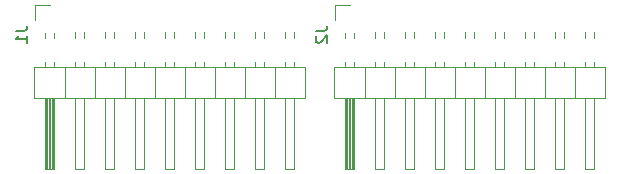
<source format=gbr>
%TF.GenerationSoftware,KiCad,Pcbnew,5.1.6-c6e7f7d~86~ubuntu18.04.1*%
%TF.CreationDate,2020-05-27T04:41:55+02:00*%
%TF.ProjectId,LED-display_x4,4c45442d-6469-4737-906c-61795f78342e,1.0*%
%TF.SameCoordinates,PX463f660PY525bfc0*%
%TF.FileFunction,Legend,Bot*%
%TF.FilePolarity,Positive*%
%FSLAX46Y46*%
G04 Gerber Fmt 4.6, Leading zero omitted, Abs format (unit mm)*
G04 Created by KiCad (PCBNEW 5.1.6-c6e7f7d~86~ubuntu18.04.1) date 2020-05-27 04:41:55*
%MOMM*%
%LPD*%
G01*
G04 APERTURE LIST*
%ADD10C,0.120000*%
%ADD11C,0.150000*%
%ADD12C,2.300000*%
%ADD13O,1.800000X1.800000*%
%ADD14R,1.800000X1.800000*%
%ADD15C,1.217600*%
%ADD16R,1.217600X1.217600*%
G04 APERTURE END LIST*
D10*
%TO.C,J2*%
X31690000Y2370000D02*
X54670000Y2370000D01*
X54670000Y2370000D02*
X54670000Y-290000D01*
X54670000Y-290000D02*
X31690000Y-290000D01*
X31690000Y-290000D02*
X31690000Y2370000D01*
X32640000Y-290000D02*
X32640000Y-6290000D01*
X32640000Y-6290000D02*
X33400000Y-6290000D01*
X33400000Y-6290000D02*
X33400000Y-290000D01*
X32700000Y-290000D02*
X32700000Y-6290000D01*
X32820000Y-290000D02*
X32820000Y-6290000D01*
X32940000Y-290000D02*
X32940000Y-6290000D01*
X33060000Y-290000D02*
X33060000Y-6290000D01*
X33180000Y-290000D02*
X33180000Y-6290000D01*
X33300000Y-290000D02*
X33300000Y-6290000D01*
X32640000Y2767071D02*
X32640000Y2370000D01*
X33400000Y2767071D02*
X33400000Y2370000D01*
X32640000Y5240000D02*
X32640000Y4852929D01*
X33400000Y5240000D02*
X33400000Y4852929D01*
X34290000Y2370000D02*
X34290000Y-290000D01*
X35180000Y-290000D02*
X35180000Y-6290000D01*
X35180000Y-6290000D02*
X35940000Y-6290000D01*
X35940000Y-6290000D02*
X35940000Y-290000D01*
X35180000Y2767071D02*
X35180000Y2370000D01*
X35940000Y2767071D02*
X35940000Y2370000D01*
X35180000Y5307071D02*
X35180000Y4852929D01*
X35940000Y5307071D02*
X35940000Y4852929D01*
X36830000Y2370000D02*
X36830000Y-290000D01*
X37720000Y-290000D02*
X37720000Y-6290000D01*
X37720000Y-6290000D02*
X38480000Y-6290000D01*
X38480000Y-6290000D02*
X38480000Y-290000D01*
X37720000Y2767071D02*
X37720000Y2370000D01*
X38480000Y2767071D02*
X38480000Y2370000D01*
X37720000Y5307071D02*
X37720000Y4852929D01*
X38480000Y5307071D02*
X38480000Y4852929D01*
X39370000Y2370000D02*
X39370000Y-290000D01*
X40260000Y-290000D02*
X40260000Y-6290000D01*
X40260000Y-6290000D02*
X41020000Y-6290000D01*
X41020000Y-6290000D02*
X41020000Y-290000D01*
X40260000Y2767071D02*
X40260000Y2370000D01*
X41020000Y2767071D02*
X41020000Y2370000D01*
X40260000Y5307071D02*
X40260000Y4852929D01*
X41020000Y5307071D02*
X41020000Y4852929D01*
X41910000Y2370000D02*
X41910000Y-290000D01*
X42800000Y-290000D02*
X42800000Y-6290000D01*
X42800000Y-6290000D02*
X43560000Y-6290000D01*
X43560000Y-6290000D02*
X43560000Y-290000D01*
X42800000Y2767071D02*
X42800000Y2370000D01*
X43560000Y2767071D02*
X43560000Y2370000D01*
X42800000Y5307071D02*
X42800000Y4852929D01*
X43560000Y5307071D02*
X43560000Y4852929D01*
X44450000Y2370000D02*
X44450000Y-290000D01*
X45340000Y-290000D02*
X45340000Y-6290000D01*
X45340000Y-6290000D02*
X46100000Y-6290000D01*
X46100000Y-6290000D02*
X46100000Y-290000D01*
X45340000Y2767071D02*
X45340000Y2370000D01*
X46100000Y2767071D02*
X46100000Y2370000D01*
X45340000Y5307071D02*
X45340000Y4852929D01*
X46100000Y5307071D02*
X46100000Y4852929D01*
X46990000Y2370000D02*
X46990000Y-290000D01*
X47880000Y-290000D02*
X47880000Y-6290000D01*
X47880000Y-6290000D02*
X48640000Y-6290000D01*
X48640000Y-6290000D02*
X48640000Y-290000D01*
X47880000Y2767071D02*
X47880000Y2370000D01*
X48640000Y2767071D02*
X48640000Y2370000D01*
X47880000Y5307071D02*
X47880000Y4852929D01*
X48640000Y5307071D02*
X48640000Y4852929D01*
X49530000Y2370000D02*
X49530000Y-290000D01*
X50420000Y-290000D02*
X50420000Y-6290000D01*
X50420000Y-6290000D02*
X51180000Y-6290000D01*
X51180000Y-6290000D02*
X51180000Y-290000D01*
X50420000Y2767071D02*
X50420000Y2370000D01*
X51180000Y2767071D02*
X51180000Y2370000D01*
X50420000Y5307071D02*
X50420000Y4852929D01*
X51180000Y5307071D02*
X51180000Y4852929D01*
X52070000Y2370000D02*
X52070000Y-290000D01*
X52960000Y-290000D02*
X52960000Y-6290000D01*
X52960000Y-6290000D02*
X53720000Y-6290000D01*
X53720000Y-6290000D02*
X53720000Y-290000D01*
X52960000Y2767071D02*
X52960000Y2370000D01*
X53720000Y2767071D02*
X53720000Y2370000D01*
X52960000Y5307071D02*
X52960000Y4852929D01*
X53720000Y5307071D02*
X53720000Y4852929D01*
X33020000Y7620000D02*
X31750000Y7620000D01*
X31750000Y7620000D02*
X31750000Y6350000D01*
%TO.C,J1*%
X6290000Y2370000D02*
X29270000Y2370000D01*
X29270000Y2370000D02*
X29270000Y-290000D01*
X29270000Y-290000D02*
X6290000Y-290000D01*
X6290000Y-290000D02*
X6290000Y2370000D01*
X7240000Y-290000D02*
X7240000Y-6290000D01*
X7240000Y-6290000D02*
X8000000Y-6290000D01*
X8000000Y-6290000D02*
X8000000Y-290000D01*
X7300000Y-290000D02*
X7300000Y-6290000D01*
X7420000Y-290000D02*
X7420000Y-6290000D01*
X7540000Y-290000D02*
X7540000Y-6290000D01*
X7660000Y-290000D02*
X7660000Y-6290000D01*
X7780000Y-290000D02*
X7780000Y-6290000D01*
X7900000Y-290000D02*
X7900000Y-6290000D01*
X7240000Y2767071D02*
X7240000Y2370000D01*
X8000000Y2767071D02*
X8000000Y2370000D01*
X7240000Y5240000D02*
X7240000Y4852929D01*
X8000000Y5240000D02*
X8000000Y4852929D01*
X8890000Y2370000D02*
X8890000Y-290000D01*
X9780000Y-290000D02*
X9780000Y-6290000D01*
X9780000Y-6290000D02*
X10540000Y-6290000D01*
X10540000Y-6290000D02*
X10540000Y-290000D01*
X9780000Y2767071D02*
X9780000Y2370000D01*
X10540000Y2767071D02*
X10540000Y2370000D01*
X9780000Y5307071D02*
X9780000Y4852929D01*
X10540000Y5307071D02*
X10540000Y4852929D01*
X11430000Y2370000D02*
X11430000Y-290000D01*
X12320000Y-290000D02*
X12320000Y-6290000D01*
X12320000Y-6290000D02*
X13080000Y-6290000D01*
X13080000Y-6290000D02*
X13080000Y-290000D01*
X12320000Y2767071D02*
X12320000Y2370000D01*
X13080000Y2767071D02*
X13080000Y2370000D01*
X12320000Y5307071D02*
X12320000Y4852929D01*
X13080000Y5307071D02*
X13080000Y4852929D01*
X13970000Y2370000D02*
X13970000Y-290000D01*
X14860000Y-290000D02*
X14860000Y-6290000D01*
X14860000Y-6290000D02*
X15620000Y-6290000D01*
X15620000Y-6290000D02*
X15620000Y-290000D01*
X14860000Y2767071D02*
X14860000Y2370000D01*
X15620000Y2767071D02*
X15620000Y2370000D01*
X14860000Y5307071D02*
X14860000Y4852929D01*
X15620000Y5307071D02*
X15620000Y4852929D01*
X16510000Y2370000D02*
X16510000Y-290000D01*
X17400000Y-290000D02*
X17400000Y-6290000D01*
X17400000Y-6290000D02*
X18160000Y-6290000D01*
X18160000Y-6290000D02*
X18160000Y-290000D01*
X17400000Y2767071D02*
X17400000Y2370000D01*
X18160000Y2767071D02*
X18160000Y2370000D01*
X17400000Y5307071D02*
X17400000Y4852929D01*
X18160000Y5307071D02*
X18160000Y4852929D01*
X19050000Y2370000D02*
X19050000Y-290000D01*
X19940000Y-290000D02*
X19940000Y-6290000D01*
X19940000Y-6290000D02*
X20700000Y-6290000D01*
X20700000Y-6290000D02*
X20700000Y-290000D01*
X19940000Y2767071D02*
X19940000Y2370000D01*
X20700000Y2767071D02*
X20700000Y2370000D01*
X19940000Y5307071D02*
X19940000Y4852929D01*
X20700000Y5307071D02*
X20700000Y4852929D01*
X21590000Y2370000D02*
X21590000Y-290000D01*
X22480000Y-290000D02*
X22480000Y-6290000D01*
X22480000Y-6290000D02*
X23240000Y-6290000D01*
X23240000Y-6290000D02*
X23240000Y-290000D01*
X22480000Y2767071D02*
X22480000Y2370000D01*
X23240000Y2767071D02*
X23240000Y2370000D01*
X22480000Y5307071D02*
X22480000Y4852929D01*
X23240000Y5307071D02*
X23240000Y4852929D01*
X24130000Y2370000D02*
X24130000Y-290000D01*
X25020000Y-290000D02*
X25020000Y-6290000D01*
X25020000Y-6290000D02*
X25780000Y-6290000D01*
X25780000Y-6290000D02*
X25780000Y-290000D01*
X25020000Y2767071D02*
X25020000Y2370000D01*
X25780000Y2767071D02*
X25780000Y2370000D01*
X25020000Y5307071D02*
X25020000Y4852929D01*
X25780000Y5307071D02*
X25780000Y4852929D01*
X26670000Y2370000D02*
X26670000Y-290000D01*
X27560000Y-290000D02*
X27560000Y-6290000D01*
X27560000Y-6290000D02*
X28320000Y-6290000D01*
X28320000Y-6290000D02*
X28320000Y-290000D01*
X27560000Y2767071D02*
X27560000Y2370000D01*
X28320000Y2767071D02*
X28320000Y2370000D01*
X27560000Y5307071D02*
X27560000Y4852929D01*
X28320000Y5307071D02*
X28320000Y4852929D01*
X7620000Y7620000D02*
X6350000Y7620000D01*
X6350000Y7620000D02*
X6350000Y6350000D01*
%TO.C,J2*%
D11*
X30142380Y5413334D02*
X30856666Y5413334D01*
X30999523Y5460953D01*
X31094761Y5556191D01*
X31142380Y5699048D01*
X31142380Y5794286D01*
X30237619Y4984762D02*
X30190000Y4937143D01*
X30142380Y4841905D01*
X30142380Y4603810D01*
X30190000Y4508572D01*
X30237619Y4460953D01*
X30332857Y4413334D01*
X30428095Y4413334D01*
X30570952Y4460953D01*
X31142380Y5032381D01*
X31142380Y4413334D01*
%TO.C,J1*%
X4742380Y5413334D02*
X5456666Y5413334D01*
X5599523Y5460953D01*
X5694761Y5556191D01*
X5742380Y5699048D01*
X5742380Y5794286D01*
X5742380Y4413334D02*
X5742380Y4984762D01*
X5742380Y4699048D02*
X4742380Y4699048D01*
X4885238Y4794286D01*
X4980476Y4889524D01*
X5028095Y4984762D01*
%TD*%
%LPC*%
D12*
%TO.C,M4*%
X58420000Y26670000D03*
%TD*%
%TO.C,M3*%
X58420000Y2540000D03*
%TD*%
%TO.C,M2*%
X2540000Y2540000D03*
%TD*%
%TO.C,M1*%
X2540000Y26670000D03*
%TD*%
D13*
%TO.C,J2*%
X53340000Y3810000D03*
X53340000Y6350000D03*
X50800000Y3810000D03*
X50800000Y6350000D03*
X48260000Y3810000D03*
X48260000Y6350000D03*
X45720000Y3810000D03*
X45720000Y6350000D03*
X43180000Y3810000D03*
X43180000Y6350000D03*
X40640000Y3810000D03*
X40640000Y6350000D03*
X38100000Y3810000D03*
X38100000Y6350000D03*
X35560000Y3810000D03*
X35560000Y6350000D03*
X33020000Y3810000D03*
D14*
X33020000Y6350000D03*
%TD*%
D13*
%TO.C,J1*%
X27940000Y3810000D03*
X27940000Y6350000D03*
X25400000Y3810000D03*
X25400000Y6350000D03*
X22860000Y3810000D03*
X22860000Y6350000D03*
X20320000Y3810000D03*
X20320000Y6350000D03*
X17780000Y3810000D03*
X17780000Y6350000D03*
X15240000Y3810000D03*
X15240000Y6350000D03*
X12700000Y3810000D03*
X12700000Y6350000D03*
X10160000Y3810000D03*
X10160000Y6350000D03*
X7620000Y3810000D03*
D14*
X7620000Y6350000D03*
%TD*%
D15*
%TO.C,D1*%
X27940000Y25400000D03*
X25400000Y25400000D03*
X22860000Y25400000D03*
X20320000Y25400000D03*
X17780000Y25400000D03*
X15240000Y25400000D03*
X12700000Y25400000D03*
X10160000Y25400000D03*
X7620000Y25400000D03*
X27940000Y10160000D03*
X25400000Y10160000D03*
X22860000Y10160000D03*
X20320000Y10160000D03*
X17780000Y10160000D03*
X15240000Y10160000D03*
X12700000Y10160000D03*
X10160000Y10160000D03*
D16*
X7620000Y10160000D03*
%TD*%
D15*
%TO.C,D2*%
X53340000Y25400000D03*
X50800000Y25400000D03*
X48260000Y25400000D03*
X45720000Y25400000D03*
X43180000Y25400000D03*
X40640000Y25400000D03*
X38100000Y25400000D03*
X35560000Y25400000D03*
X33020000Y25400000D03*
X53340000Y10160000D03*
X50800000Y10160000D03*
X48260000Y10160000D03*
X45720000Y10160000D03*
X43180000Y10160000D03*
X40640000Y10160000D03*
X38100000Y10160000D03*
X35560000Y10160000D03*
D16*
X33020000Y10160000D03*
%TD*%
M02*

</source>
